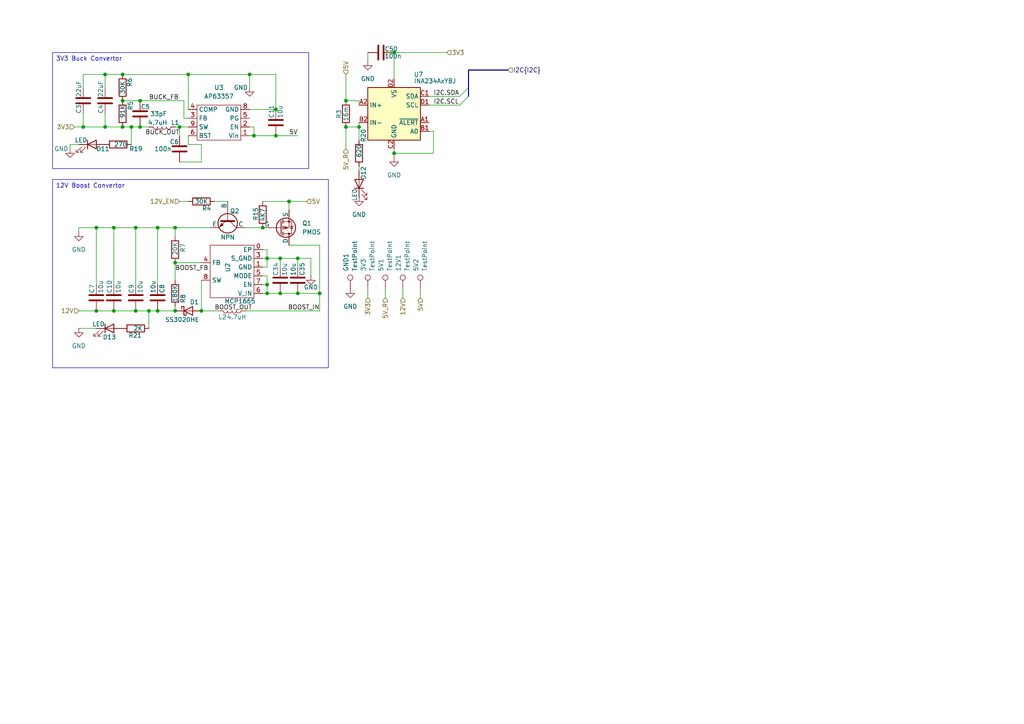
<source format=kicad_sch>
(kicad_sch (version 20250114) (generator "eeschema") (generator_version "9.0")
  (paper "A4")
  (lib_symbols
    (symbol "Analog_ADC:INA234AxYBJ"
      (property "Reference" "U" (at -6.35 8.89 0))
      (property "Value" "INA234AxYBJ" (at 6.35 8.89 0))
      (symbol "INA234AxYBJ_0_1"
        (rectangle (start -7.62 7.62) (end 7.62 -7.62) (stroke (width 0.254)) (fill (type background)))
      )
      (symbol "INA234AxYBJ_1_1"
        (pin input line (at -10.16 2.54 0) (length 2.54) (name "IN+") (number "A2"))
        (pin input line (at -10.16 -2.54 0) (length 2.54) (name "IN-") (number "B2"))
        (pin power_in line (at 0 10.16 270) (length 2.54) (name "VS") (number "D2"))
        (pin power_in line (at 0 -10.16 90) (length 2.54) (name "GND") (number "C2"))
        (pin bidirectional line (at 10.16 5.08 180) (length 2.54) (name "SDA") (number "C1"))
        (pin input line (at 10.16 2.54 180) (length 2.54) (name "SCL") (number "D1"))
        (pin open_collector line (at 10.16 -2.54 180) (length 2.54) (name "~{ALERT}") (number "A1"))
        (pin input line (at 10.16 -5.08 180) (length 2.54) (name "A0") (number "B1"))
      )
    )
    (symbol "Connector:TestPoint" (pin_numbers (hide yes)) (pin_names (offset 0.762) (hide yes))
      (property "Reference" "TP" (at 0 6.858 0))
      (property "Value" "TestPoint" (at 0 5.08 0))
      (symbol "TestPoint_0_1"
        (circle (center 0 3.302) (radius 0.762))
      )
      (symbol "TestPoint_1_1"
        (pin passive line (at 0 0 90) (length 2.54) (name "1") (number "1"))
      )
    )
    (symbol "Device:C" (pin_numbers (hide yes)) (pin_names (offset 0.254))
      (property "Reference" "C" (at 0.635 2.54 0))
      (property "Value" "C" (at 0.635 -2.54 0))
      (symbol "C_0_1"
        (polyline (pts (xy -2.032 0.762) (xy 2.032 0.762)) (stroke (width 0.508)))
        (polyline (pts (xy -2.032 -0.762) (xy 2.032 -0.762)) (stroke (width 0.508)))
      )
      (symbol "C_1_1"
        (pin passive line (at 0 3.81 270) (length 2.794) (name "~") (number "1"))
        (pin passive line (at 0 -3.81 90) (length 2.794) (name "~") (number "2"))
      )
    )
    (symbol "Device:D_Schottky" (pin_numbers (hide yes)) (pin_names (offset 1.016) (hide yes))
      (property "Reference" "D" (at 0 2.54 0))
      (property "Value" "D_Schottky" (at 0 -2.54 0))
      (symbol "D_Schottky_0_1"
        (polyline (pts (xy -1.905 0.635) (xy -1.905 1.27) (xy -1.27 1.27) (xy -1.27 -1.27) (xy -0.635 -1.27) (xy -0.635 -0.635)) (stroke (width 0.254)))
        (polyline (pts (xy 1.27 1.27) (xy 1.27 -1.27) (xy -1.27 0) (xy 1.27 1.27)) (stroke (width 0.254)))
        (polyline (pts (xy 1.27 0) (xy -1.27 0)))
      )
      (symbol "D_Schottky_1_1"
        (pin passive line (at -3.81 0 0) (length 2.54) (name "K") (number "1"))
        (pin passive line (at 3.81 0 180) (length 2.54) (name "A") (number "2"))
      )
    )
    (symbol "Device:L" (pin_numbers (hide yes)) (pin_names (offset 1.016) (hide yes))
      (property "Reference" "L" (at -1.27 0 90))
      (property "Value" "L" (at 1.905 0 90))
      (symbol "L_0_1"
        (arc (start 0 2.54) (mid 0.6323 1.905) (end 0 1.27))
        (arc (start 0 1.27) (mid 0.6323 0.635) (end 0 0))
        (arc (start 0 0) (mid 0.6323 -0.635) (end 0 -1.27))
        (arc (start 0 -1.27) (mid 0.6323 -1.905) (end 0 -2.54))
      )
      (symbol "L_1_1"
        (pin passive line (at 0 3.81 270) (length 1.27) (name "1") (number "1"))
        (pin passive line (at 0 -3.81 90) (length 1.27) (name "2") (number "2"))
      )
    )
    (symbol "Device:LED" (pin_numbers (hide yes)) (pin_names (offset 1.016) (hide yes))
      (property "Reference" "D" (at 0 2.54 0))
      (property "Value" "LED" (at 0 -2.54 0))
      (symbol "LED_0_1"
        (polyline (pts (xy -3.048 -0.762) (xy -4.572 -2.286) (xy -3.81 -2.286) (xy -4.572 -2.286) (xy -4.572 -1.524)))
        (polyline (pts (xy -1.778 -0.762) (xy -3.302 -2.286) (xy -2.54 -2.286) (xy -3.302 -2.286) (xy -3.302 -1.524)))
        (polyline (pts (xy -1.27 0) (xy 1.27 0)))
        (polyline (pts (xy -1.27 -1.27) (xy -1.27 1.27)) (stroke (width 0.254)))
        (polyline (pts (xy 1.27 -1.27) (xy 1.27 1.27) (xy -1.27 0) (xy 1.27 -1.27)) (stroke (width 0.254)))
      )
      (symbol "LED_1_1"
        (pin passive line (at -3.81 0 0) (length 2.54) (name "K") (number "1"))
        (pin passive line (at 3.81 0 180) (length 2.54) (name "A") (number "2"))
      )
    )
    (symbol "Device:R" (pin_numbers (hide yes)) (pin_names (offset 0))
      (property "Reference" "R" (at 2.032 0 90))
      (property "Value" "R" (at 0 0 90))
      (symbol "R_0_1"
        (rectangle (start -1.016 -2.54) (end 1.016 2.54) (stroke (width 0.254)))
      )
      (symbol "R_1_1"
        (pin passive line (at 0 3.81 270) (length 1.27) (name "~") (number "1"))
        (pin passive line (at 0 -3.81 90) (length 1.27) (name "~") (number "2"))
      )
    )
    (symbol "GND_10" (power) (pin_numbers (hide yes)) (pin_names (offset 0) (hide yes))
      (property "Value" "GND" (at 0 -3.81 0))
      (symbol "GND_10_0_1"
        (polyline (pts (xy 0 0) (xy 0 -1.27) (xy 1.27 -1.27) (xy 0 -2.54) (xy -1.27 -1.27) (xy 0 -1.27)))
      )
      (symbol "GND_10_1_1"
        (pin power_in line (at 0 0 270) (length 0) (name "~") (number "1"))
      )
    )
    (symbol "GND_4" (power) (pin_numbers (hide yes)) (pin_names (offset 0) (hide yes))
      (property "Value" "GND" (at 0 -3.81 0))
      (symbol "GND_4_0_1"
        (polyline (pts (xy 0 0) (xy 0 -1.27) (xy 1.27 -1.27) (xy 0 -2.54) (xy -1.27 -1.27) (xy 0 -1.27)))
      )
      (symbol "GND_4_1_1"
        (pin power_in line (at 0 0 270) (length 0) (name "~") (number "1"))
      )
    )
    (symbol "GND_5" (power) (pin_numbers (hide yes)) (pin_names (offset 0) (hide yes))
      (property "Value" "GND" (at 0 -3.81 0))
      (symbol "GND_5_0_1"
        (polyline (pts (xy 0 0) (xy 0 -1.27) (xy 1.27 -1.27) (xy 0 -2.54) (xy -1.27 -1.27) (xy 0 -1.27)))
      )
      (symbol "GND_5_1_1"
        (pin power_in line (at 0 0 270) (length 0) (name "~") (number "1"))
      )
    )
    (symbol "PuzzLib:AP6335X"
      (property "Reference" "U3" (at 0 -6.985 0))
      (property "Value" "~" (at 0 6.35 0))
      (symbol "AP6335X_0_1"
        (rectangle (start -6.35 5.08) (end 6.35 -5.08))
      )
      (symbol "AP6335X_1_1"
        (pin power_in line (at -8.89 3.81 0) (length 2.54) (name "Vin") (number "1"))
        (pin input line (at -8.89 1.27 0) (length 2.54) (name "EN") (number "2"))
        (pin output line (at -8.89 -1.27 0) (length 2.54) (name "PG") (number "5"))
        (pin power_in line (at -8.89 -3.81 0) (length 2.54) (name "GND") (number "8"))
        (pin input line (at 8.89 3.81 180) (length 2.54) (name "BST") (number "6"))
        (pin unspecified line (at 8.89 1.27 180) (length 2.54) (hide yes) (name "NC") (number "7"))
        (pin power_out line (at 8.89 1.27 180) (length 2.54) (name "SW") (number "9"))
        (pin input line (at 8.89 -1.27 180) (length 2.54) (name "FB") (number "3"))
        (pin input line (at 8.89 -3.81 180) (length 2.54) (name "COMP") (number "4"))
      )
    )
    (symbol "PuzzLib:NPN_TSOT" (pin_numbers (hide yes)) (pin_names (offset 0))
      (property "Reference" "Q" (at -2.54 7.62 0))
      (property "Value" "NPN_TSOT" (at -2.54 5.08 0))
      (symbol "NPN_TSOT_0_1"
        (polyline (pts (xy -2.54 0) (xy 0.635 0)) (stroke (width 0.1524)))
        (polyline (pts (xy 0.635 1.905) (xy 0.635 -1.905) (xy 0.635 -1.905)) (stroke (width 0.508)))
        (polyline (pts (xy 0.635 0.635) (xy 2.54 2.54)))
        (polyline (pts (xy 0.635 -0.635) (xy 2.54 -2.54) (xy 2.54 -2.54)))
        (circle (center 1.27 0) (radius 2.8194) (stroke (width 0.254)))
        (polyline (pts (xy 1.27 -1.778) (xy 1.778 -1.27) (xy 2.286 -2.286) (xy 1.27 -1.778) (xy 1.27 -1.778)) (fill (type outline)))
        (polyline (pts (xy 2.794 -1.27) (xy 2.794 -1.27)) (stroke (width 0.1524)))
        (polyline (pts (xy 2.794 -1.27) (xy 2.794 -1.27)) (stroke (width 0.1524)))
      )
      (symbol "NPN_TSOT_1_1"
        (pin input line (at -5.08 0 0) (length 2.54) (name "B") (number "1"))
        (pin open_collector line (at 2.54 5.08 270) (length 2.54) (name "C") (number "3"))
        (pin open_emitter line (at 2.54 -5.08 90) (length 2.54) (name "E") (number "2"))
      )
    )
    (symbol "PuzzLib:PMOS_TSOT" (pin_numbers (hide yes)) (pin_names (offset 0))
      (property "Reference" "Q" (at 5.08 1.27 0))
      (property "Value" "PMOS_TSOT" (at 5.08 -1.27 0))
      (symbol "PMOS_TSOT_0_1"
        (polyline (pts (xy 0.254 1.905) (xy 0.254 -1.905)) (stroke (width 0.254)))
        (polyline (pts (xy 0.254 0) (xy -2.54 0)))
        (polyline (pts (xy 0.762 2.286) (xy 0.762 1.27)) (stroke (width 0.254)))
        (polyline (pts (xy 0.762 1.778) (xy 3.302 1.778) (xy 3.302 -1.778) (xy 0.762 -1.778)))
        (polyline (pts (xy 0.762 0.508) (xy 0.762 -0.508)) (stroke (width 0.254)))
        (polyline (pts (xy 0.762 -1.27) (xy 0.762 -2.286)) (stroke (width 0.254)))
        (circle (center 1.651 0) (radius 2.794) (stroke (width 0.254)))
        (polyline (pts (xy 2.286 0) (xy 1.27 0.381) (xy 1.27 -0.381) (xy 2.286 0)) (fill (type outline)))
        (polyline (pts (xy 2.54 2.54) (xy 2.54 1.778)))
        (circle (center 2.54 1.778) (radius 0.254) (fill (type outline)))
        (circle (center 2.54 -1.778) (radius 0.254) (fill (type outline)))
        (polyline (pts (xy 2.54 -2.54) (xy 2.54 0) (xy 0.762 0)))
        (polyline (pts (xy 2.794 -0.508) (xy 2.921 -0.381) (xy 3.683 -0.381) (xy 3.81 -0.254)))
        (polyline (pts (xy 3.302 -0.381) (xy 2.921 0.254) (xy 3.683 0.254) (xy 3.302 -0.381)))
      )
      (symbol "PMOS_TSOT_1_1"
        (pin input line (at -5.08 0 0) (length 2.54) (name "G") (number "1"))
        (pin passive line (at 2.54 5.08 270) (length 2.54) (name "D") (number "3"))
        (pin passive line (at 2.54 -5.08 90) (length 2.54) (name "S") (number "2"))
      )
    )
    (symbol "myLib:MCP1665T-E"
      (property "Reference" "U2" (at 1.27 -1.27 90))
      (property "Value" "~" (at 0 0 0))
      (symbol "MCP1665T-E_0_1"
        (rectangle (start -6.35 8.89) (end 6.35 -6.35))
      )
      (symbol "MCP1665T-E_1_1"
        (pin power_in line (at -8.89 7.62 0) (length 2.54) (name "V_IN") (number "6"))
        (pin input line (at -8.89 5.08 0) (length 2.54) (name "EN") (number "7"))
        (pin input line (at -8.89 2.54 0) (length 2.54) (name "MODE") (number "5"))
        (pin power_in line (at -8.89 0 0) (length 2.54) (name "GND") (number "1"))
        (pin passive line (at -8.89 0 0) (length 2.54) (hide yes) (name "") (number "10"))
        (pin passive line (at -8.89 0 0) (length 2.54) (hide yes) (name "") (number "2"))
        (pin input line (at -8.89 -2.54 0) (length 2.54) (name "S_GND") (number "3"))
        (pin power_in line (at -8.89 -5.08 0) (length 2.54) (name "EP") (number "0"))
        (pin output line (at 8.89 3.81 180) (length 2.54) (name "SW") (number "8"))
        (pin passive line (at 8.89 3.81 180) (length 2.54) (hide yes) (name "") (number "9"))
        (pin input line (at 8.89 -1.27 180) (length 2.54) (name "FB") (number "4"))
      )
    )
    (symbol "power:GND" (power) (pin_names (offset 0))
      (property "Value" "GND" (at 0 -3.81 0))
      (symbol "GND_0_1"
        (polyline (pts (xy 0 0) (xy 0 -1.27) (xy 1.27 -1.27) (xy 0 -2.54) (xy -1.27 -1.27) (xy 0 -1.27)))
      )
      (symbol "GND_1_1"
        (pin power_in line (at 0 0 270) (length 0) (hide yes) (name "GND") (number "1"))
      )
    )
  )
  (text_box "12V Boost Convertor\n" (at 15.24 52.07 0) (size 80.01 54.61) (margins 0.9525 0.9525 0.9525 0.9525) (effects (font (size 1.27 1.27)) (justify left top)))
  (text_box "3V3 Buck Convertor\n" (at 15.24 15.24 0) (size 74.295 33.655) (margins 0.9525 0.9525 0.9525 0.9525) (effects (font (size 1.27 1.27)) (justify left top)))
  (junction (at 77.47 85.09))
  (junction (at 33.02 66.04))
  (junction (at 104.14 36.83))
  (junction (at 81.28 85.09))
  (junction (at 30.48 21.59))
  (junction (at 77.47 82.55))
  (junction (at 92.71 85.09))
  (junction (at 50.8 76.2))
  (junction (at 40.64 36.83))
  (junction (at 38.1 36.83))
  (junction (at 24.13 36.83))
  (junction (at 45.72 66.04))
  (junction (at 83.82 58.42))
  (junction (at 114.3 44.45))
  (junction (at 27.94 90.17))
  (junction (at 86.36 85.09))
  (junction (at 30.48 36.83))
  (junction (at 35.56 29.21))
  (junction (at 33.02 90.17))
  (junction (at 35.56 21.59))
  (junction (at 114.3 15.24))
  (junction (at 80.01 39.37))
  (junction (at 76.2 66.04))
  (junction (at 100.33 29.21))
  (junction (at 72.39 21.59))
  (junction (at 100.33 36.83))
  (junction (at 43.18 90.17))
  (junction (at 81.28 74.93))
  (junction (at 39.37 90.17))
  (junction (at 80.01 31.75))
  (junction (at 35.56 36.83))
  (junction (at 50.8 90.17))
  (junction (at 45.72 90.17))
  (junction (at 77.47 74.93))
  (junction (at 54.61 21.59))
  (junction (at 52.07 36.83))
  (junction (at 39.37 66.04))
  (junction (at 50.8 66.04))
  (junction (at 27.94 66.04))
  (junction (at 86.36 74.93))
  (junction (at 73.66 39.37))
  (junction (at 40.64 29.21))
  (junction (at 58.42 90.17))
  (bus_entry (at 135.89 27.94) (size -2.54 2.54))
  (bus_entry (at 135.89 25.4) (size -2.54 2.54))
  (wire (pts (xy 72.39 21.59) (xy 72.39 25.4)))
  (wire (pts (xy 20.32 41.91) (xy 20.32 43.18)))
  (wire (pts (xy 72.39 36.83) (xy 73.66 36.83)))
  (wire (pts (xy 27.94 66.04) (xy 22.86 66.04)))
  (wire (pts (xy 50.8 66.04) (xy 50.8 68.58)))
  (wire (pts (xy 30.48 21.59) (xy 30.48 25.4)))
  (wire (pts (xy 76.2 74.93) (xy 77.47 74.93)))
  (wire (pts (xy 24.13 33.02) (xy 24.13 36.83)))
  (wire (pts (xy 76.2 80.01) (xy 77.47 80.01)))
  (wire (pts (xy 92.71 71.12) (xy 83.82 71.12)))
  (wire (pts (xy 71.12 66.04) (xy 76.2 66.04)))
  (wire (pts (xy 90.17 74.93) (xy 90.17 80.01)))
  (wire (pts (xy 73.66 36.83) (xy 73.66 39.37)))
  (wire (pts (xy 38.1 36.83) (xy 40.64 36.83)))
  (wire (pts (xy 129.54 15.24) (xy 114.3 15.24)))
  (wire (pts (xy 77.47 74.93) (xy 81.28 74.93)))
  (wire (pts (xy 40.64 29.21) (xy 53.34 29.21)))
  (wire (pts (xy 35.56 29.21) (xy 40.64 29.21)))
  (wire (pts (xy 39.37 66.04) (xy 39.37 82.55)))
  (wire (pts (xy 106.68 83.82) (xy 106.68 86.36)))
  (wire (pts (xy 77.47 82.55) (xy 77.47 85.09)))
  (wire (pts (xy 39.37 90.17) (xy 43.18 90.17)))
  (wire (pts (xy 52.07 36.83) (xy 52.07 39.37)))
  (wire (pts (xy 72.39 39.37) (xy 73.66 39.37)))
  (wire (pts (xy 24.13 21.59) (xy 24.13 25.4)))
  (wire (pts (xy 77.47 80.01) (xy 77.47 82.55)))
  (wire (pts (xy 50.8 36.83) (xy 52.07 36.83)))
  (wire (pts (xy 92.71 71.12) (xy 92.71 85.09)))
  (wire (pts (xy 73.66 39.37) (xy 80.01 39.37)))
  (wire (pts (xy 77.47 85.09) (xy 81.28 85.09)))
  (wire (pts (xy 124.46 27.94) (xy 133.35 27.94)))
  (wire (pts (xy 86.36 85.09) (xy 92.71 85.09)))
  (wire (pts (xy 86.36 74.93) (xy 90.17 74.93)))
  (wire (pts (xy 33.02 90.17) (xy 39.37 90.17)))
  (wire (pts (xy 30.48 21.59) (xy 24.13 21.59)))
  (wire (pts (xy 54.61 21.59) (xy 72.39 21.59)))
  (wire (pts (xy 58.42 46.99) (xy 58.42 41.91)))
  (wire (pts (xy 104.14 35.56) (xy 104.14 36.83)))
  (wire (pts (xy 62.23 58.42) (xy 66.04 58.42)))
  (wire (pts (xy 54.61 34.29) (xy 53.34 34.29)))
  (wire (pts (xy 30.48 33.02) (xy 30.48 36.83)))
  (wire (pts (xy 71.12 90.17) (xy 92.71 90.17)))
  (wire (pts (xy 104.14 30.48) (xy 104.14 29.21)))
  (wire (pts (xy 121.92 86.36) (xy 121.92 83.82)))
  (wire (pts (xy 50.8 66.04) (xy 45.72 66.04)))
  (wire (pts (xy 104.14 29.21) (xy 100.33 29.21)))
  (wire (pts (xy 100.33 36.83) (xy 100.33 43.18)))
  (wire (pts (xy 114.3 15.24) (xy 114.3 22.86)))
  (wire (pts (xy 81.28 74.93) (xy 86.36 74.93)))
  (wire (pts (xy 33.02 66.04) (xy 33.02 82.55)))
  (wire (pts (xy 43.18 90.17) (xy 43.18 95.25)))
  (wire (pts (xy 76.2 85.09) (xy 77.47 85.09)))
  (wire (pts (xy 53.34 34.29) (xy 53.34 29.21)))
  (wire (pts (xy 27.94 66.04) (xy 27.94 82.55)))
  (wire (pts (xy 124.46 38.1) (xy 125.73 38.1)))
  (wire (pts (xy 30.48 36.83) (xy 35.56 36.83)))
  (wire (pts (xy 76.2 58.42) (xy 83.82 58.42)))
  (wire (pts (xy 80.01 21.59) (xy 80.01 31.75)))
  (wire (pts (xy 104.14 48.26) (xy 104.14 49.53)))
  (wire (pts (xy 77.47 74.93) (xy 77.47 72.39)))
  (wire (pts (xy 72.39 21.59) (xy 80.01 21.59)))
  (wire (pts (xy 104.14 36.83) (xy 104.14 40.64)))
  (wire (pts (xy 111.76 83.82) (xy 111.76 86.36)))
  (wire (pts (xy 22.86 41.91) (xy 20.32 41.91)))
  (wire (pts (xy 76.2 72.39) (xy 77.47 72.39)))
  (wire (pts (xy 60.96 66.04) (xy 50.8 66.04)))
  (wire (pts (xy 22.86 95.25) (xy 27.94 95.25)))
  (wire (pts (xy 50.8 88.9) (xy 50.8 90.17)))
  (wire (pts (xy 77.47 77.47) (xy 76.2 77.47)))
  (wire (pts (xy 83.82 58.42) (xy 83.82 60.96)))
  (wire (pts (xy 54.61 41.91) (xy 54.61 39.37)))
  (wire (pts (xy 50.8 76.2) (xy 50.8 81.28)))
  (wire (pts (xy 72.39 31.75) (xy 80.01 31.75)))
  (wire (pts (xy 30.48 21.59) (xy 35.56 21.59)))
  (wire (pts (xy 22.86 90.17) (xy 27.94 90.17)))
  (bus (pts (xy 135.89 25.4) (xy 135.89 27.94)))
  (wire (pts (xy 100.33 21.59) (xy 100.33 29.21)))
  (wire (pts (xy 27.94 90.17) (xy 33.02 90.17)))
  (wire (pts (xy 54.61 36.83) (xy 52.07 36.83)))
  (bus (pts (xy 135.89 20.32) (xy 135.89 25.4)))
  (wire (pts (xy 116.84 83.82) (xy 116.84 86.36)))
  (wire (pts (xy 114.3 45.72) (xy 114.3 44.45)))
  (wire (pts (xy 35.56 36.83) (xy 38.1 36.83)))
  (wire (pts (xy 80.01 39.37) (xy 86.36 39.37)))
  (wire (pts (xy 40.64 36.83) (xy 43.18 36.83)))
  (wire (pts (xy 52.07 58.42) (xy 54.61 58.42)))
  (wire (pts (xy 22.86 66.04) (xy 22.86 67.31)))
  (wire (pts (xy 39.37 66.04) (xy 45.72 66.04)))
  (wire (pts (xy 21.59 36.83) (xy 24.13 36.83)))
  (wire (pts (xy 58.42 81.28) (xy 58.42 90.17)))
  (wire (pts (xy 77.47 74.93) (xy 77.47 77.47)))
  (wire (pts (xy 114.3 44.45) (xy 114.3 43.18)))
  (wire (pts (xy 58.42 41.91) (xy 54.61 41.91)))
  (wire (pts (xy 24.13 36.83) (xy 30.48 36.83)))
  (wire (pts (xy 45.72 90.17) (xy 50.8 90.17)))
  (wire (pts (xy 125.73 38.1) (xy 125.73 44.45)))
  (wire (pts (xy 58.42 46.99) (xy 52.07 46.99)))
  (wire (pts (xy 50.8 76.2) (xy 58.42 76.2)))
  (wire (pts (xy 45.72 66.04) (xy 45.72 82.55)))
  (wire (pts (xy 106.68 15.24) (xy 106.68 17.78)))
  (wire (pts (xy 58.42 90.17) (xy 63.5 90.17)))
  (wire (pts (xy 76.2 82.55) (xy 77.47 82.55)))
  (wire (pts (xy 54.61 21.59) (xy 54.61 31.75)))
  (wire (pts (xy 38.1 36.83) (xy 38.1 41.91)))
  (wire (pts (xy 33.02 66.04) (xy 27.94 66.04)))
  (wire (pts (xy 43.18 90.17) (xy 45.72 90.17)))
  (wire (pts (xy 92.71 85.09) (xy 92.71 90.17)))
  (wire (pts (xy 81.28 85.09) (xy 86.36 85.09)))
  (wire (pts (xy 100.33 36.83) (xy 104.14 36.83)))
  (wire (pts (xy 124.46 30.48) (xy 133.35 30.48)))
  (wire (pts (xy 114.3 44.45) (xy 125.73 44.45)))
  (wire (pts (xy 81.28 74.93) (xy 81.28 77.47)))
  (bus (pts (xy 147.32 20.32) (xy 135.89 20.32)))
  (wire (pts (xy 83.82 58.42) (xy 88.9 58.42)))
  (wire (pts (xy 86.36 74.93) (xy 86.36 77.47)))
  (wire (pts (xy 39.37 66.04) (xy 33.02 66.04)))
  (wire (pts (xy 35.56 21.59) (xy 54.61 21.59)))
  (label "5V" (at 86.36 39.37 180))
  (label "BOOST_FB" (at 50.8 78.74 0))
  (label "BUCK_OUT" (at 52.07 39.37 180))
  (label "I2C.SDA" (at 125.73 27.94 0))
  (label "BOOST_OUT" (at 62.23 90.17 0))
  (label "BOOST_IN" (at 92.71 90.17 180))
  (label "I2C.SCL" (at 125.73 30.48 0))
  (label "BUCK_FB" (at 43.18 29.21 0))
  (hierarchical_label "12V" (shape input) (at 116.84 86.36 270))
  (hierarchical_label "5V_R" (shape input) (at 100.33 43.18 270))
  (hierarchical_label "3V3" (shape input) (at 129.54 15.24 0))
  (hierarchical_label "5V" (shape input) (at 100.33 21.59 90))
  (hierarchical_label "5V" (shape input) (at 121.92 86.36 270))
  (hierarchical_label "3V3" (shape input) (at 106.68 86.36 270))
  (hierarchical_label "12V_EN" (shape input) (at 52.07 58.42 180))
  (hierarchical_label "3V3" (shape input) (at 21.59 36.83 180))
  (hierarchical_label "12V" (shape input) (at 22.86 90.17 180))
  (hierarchical_label "5V_R" (shape input) (at 111.76 86.36 270))
  (hierarchical_label "I2C{I2C}" (shape input) (at 147.32 20.32 0))
  (hierarchical_label "5V" (shape input) (at 88.9 58.42 0))
  (symbol (lib_id "Device:C") (at 86.36 81.28 0) (mirror y) (unit 1)
    (property "Reference" "C35" (at 87.63 80.01 90) (effects (justify left)))
    (property "Value" "10u" (at 85.09 80.01 90) (effects (justify left)))
    (property "Footprint" "PuzzLib:0603_C" (effects (hide yes)))
  )
  (symbol (lib_id "Device:C") (at 110.49 15.24 270) (unit 1)
    (property "Reference" "C50" (at 111.506 14.224 90) (effects (justify left)))
    (property "Value" "100n" (at 111.506 16.256 90) (effects (justify left)))
    (property "Footprint" "PuzzLib:0402_C" (effects (hide yes)))
  )
  (symbol (lib_id "Device:R") (at 104.14 44.45 180) (unit 1)
    (property "Reference" "R20" (at 105.41 41.275 90) (effects (justify right)))
    (property "Value" "620" (at 104.14 45.72 90) (effects (justify right)))
    (property "Footprint" "PuzzLib:0603_R" (effects (hide yes)))
  )
  (symbol (lib_id "Device:R") (at 39.37 95.25 90) (unit 1)
    (property "Reference" "R21" (at 41.148 97.282 90) (effects (justify left)))
    (property "Value" "2K" (at 41.402 95.25 90) (effects (justify left)))
    (property "Footprint" "PuzzLib:0603_R" (effects (hide yes)))
    (property "Description" "Resistor" (effects (hide yes)))
  )
  (symbol (lib_id "myLib:MCP1665T-E") (at 67.31 77.47 180) (unit 1)
    (property "Reference" "U2" (at 66.04 76.2 90) (effects (justify left)))
    (property "Value" "MCP1665" (at 69.596 87.376 0))
    (property "Footprint" "PuzzLib:MCP1665" (effects (hide yes)))
  )
  (symbol (lib_id "Device:C") (at 45.72 86.36 0) (mirror y) (unit 1)
    (property "Reference" "C8" (at 46.99 85.09 90) (effects (justify left)))
    (property "Value" "10u" (at 44.45 85.09 90) (effects (justify left)))
    (property "Footprint" "PuzzLib:0603_C" (effects (hide yes)))
  )
  (symbol (lib_id "Device:C") (at 24.13 29.21 180) (unit 1)
    (property "Reference" "C3" (at 22.86 31.623 90))
    (property "Value" "22uF" (at 22.86 25.781 90))
    (property "Footprint" "PuzzLib:0603_C" (effects (hide yes)))
  )
  (symbol (lib_id "Device:R") (at 76.2 62.23 0) (unit 1)
    (property "Reference" "R15" (at 74.168 64.008 90) (effects (justify left)))
    (property "Value" "4K7" (at 76.2 64.262 90) (effects (justify left)))
    (property "Footprint" "PuzzLib:0603_R" (effects (hide yes)))
    (property "Description" "Resistor" (effects (hide yes)))
  )
  (symbol (lib_id "PuzzLib:NPN_TSOT") (at 66.04 63.5 270) (unit 1)
    (property "Reference" "Q2" (at 68.072 61.214 90))
    (property "Value" "NPN" (at 66.04 68.834 90))
    (property "Footprint" "PuzzLib:TSOT-23" (effects (hide yes)))
    (property "Datasheet" "https://ngspice.sourceforge.io/docs/ngspice-html-manual/manual.xhtml#cha_BJTs" (effects (hide yes)))
    (property "Description" "Bipolar transistor symbol for simulation only, substrate tied to the emitter" (effects (hide yes)))
    (property "Sim.Device" "NPN" (effects (hide yes)))
    (property "Sim.Type" "GUMMELPOON" (effects (hide yes)))
    (property "Sim.Pins" "1=C 2=B 3=E" (effects (hide yes)))
  )
  (symbol (lib_name "GND_10") (lib_id "power:GND") (at 114.3 45.72 0) (unit 1)
    (property "Reference" "#PWR021" (effects (hide yes)))
    (property "Value" "GND" (at 114.3 50.8 0))
    (property "Description" "Power symbol creates a global label with name \"GND\" , ground" (effects (hide yes)))
  )
  (symbol (lib_id "Device:L") (at 67.31 90.17 270) (unit 1)
    (property "Reference" "L2" (at 64.516 91.948 90))
    (property "Value" "4.7uH" (at 68.58 91.948 90))
    (property "Footprint" "PuzzLib:XGL4018_Inductor" (effects (hide yes)))
  )
  (symbol (lib_id "Device:C") (at 27.94 86.36 0) (unit 1)
    (property "Reference" "C7" (at 26.67 85.09 90) (effects (justify left)))
    (property "Value" "10u" (at 29.21 85.09 90) (effects (justify left)))
    (property "Footprint" "PuzzLib:0603_C" (effects (hide yes)))
  )
  (symbol (lib_id "Connector:TestPoint") (at 101.6 83.82 0) (unit 1)
    (property "Reference" "GND1" (at 100.33 78.74 90) (effects (justify left)))
    (property "Value" "TestPoint" (at 102.87 78.74 90) (effects (justify left)))
    (property "Footprint" "TestPoint:TestPoint_Pad_D1.0mm" (effects (hide yes)))
    (property "Description" "test point" (effects (hide yes)))
  )
  (symbol (lib_id "Connector:TestPoint") (at 111.76 83.82 0) (unit 1)
    (property "Reference" "5V1" (at 110.49 78.74 90) (effects (justify left)))
    (property "Value" "TestPoint" (at 113.03 78.74 90) (effects (justify left)))
    (property "Footprint" "TestPoint:TestPoint_Pad_D1.0mm" (effects (hide yes)))
    (property "Description" "test point" (effects (hide yes)))
  )
  (symbol (lib_id "PuzzLib:PMOS_TSOT") (at 81.28 66.04 0) (mirror x) (unit 1)
    (property "Reference" "Q1" (at 87.63 64.7699 0) (effects (justify left)))
    (property "Value" "PMOS" (at 87.63 67.3099 0) (effects (justify left)))
    (property "Footprint" "PuzzLib:TSOT-23" (effects (hide yes)))
    (property "Datasheet" "https://ngspice.sourceforge.io/docs/ngspice-html-manual/manual.xhtml#cha_MOSFETs" (effects (hide yes)))
    (property "Description" "P-MOSFET transistor, drain/source/gate" (effects (hide yes)))
    (property "Sim.Device" "PMOS" (effects (hide yes)))
    (property "Sim.Type" "VDMOS" (effects (hide yes)))
    (property "Sim.Pins" "1=D 2=G 3=S" (effects (hide yes)))
  )
  (symbol (lib_id "Device:R") (at 34.29 41.91 90) (unit 1)
    (property "Reference" "R19" (at 37.465 43.18 90) (effects (justify right)))
    (property "Value" "270" (at 33.02 41.91 90) (effects (justify right)))
    (property "Footprint" "PuzzLib:0603_R" (effects (hide yes)))
  )
  (symbol (lib_id "Device:C") (at 33.02 86.36 0) (unit 1)
    (property "Reference" "C10" (at 31.75 85.09 90) (effects (justify left)))
    (property "Value" "10u" (at 34.29 85.09 90) (effects (justify left)))
    (property "Footprint" "PuzzLib:0603_C" (effects (hide yes)))
  )
  (symbol (lib_id "Device:LED") (at 104.14 53.34 90) (unit 1)
    (property "Reference" "D12" (at 105.41 50.165 0))
    (property "Value" "LED" (at 102.87 56.515 0))
    (property "Footprint" "PuzzLib:LTST_Diode" (effects (hide yes)))
    (property "Description" "Light emitting diode" (effects (hide yes)))
    (property "Sim.Pins" "1=K 2=A" (effects (hide yes)))
  )
  (symbol (lib_id "Device:R") (at 100.33 33.02 180) (unit 1)
    (property "Reference" "R3" (at 98.298 31.75 90) (effects (justify left)))
    (property "Value" "16m" (at 100.33 33.02 90))
    (property "Footprint" "PuzzLib:0612_R_v2" (effects (hide yes)))
    (property "Description" "REMOVE FOR PROGRAMMING" (effects (hide yes)))
  )
  (symbol (lib_id "Device:C") (at 52.07 43.18 180) (unit 1)
    (property "Reference" "C6" (at 50.546 41.148 0))
    (property "Value" "100n" (at 47.244 43.18 0))
    (property "Footprint" "PuzzLib:0603_C" (effects (hide yes)))
  )
  (symbol (lib_id "Connector:TestPoint") (at 106.68 83.82 0) (unit 1)
    (property "Reference" "3V3" (at 105.41 78.74 90) (effects (justify left)))
    (property "Value" "TestPoint" (at 107.95 78.74 90) (effects (justify left)))
    (property "Footprint" "TestPoint:TestPoint_Pad_D1.0mm" (effects (hide yes)))
    (property "Description" "test point" (effects (hide yes)))
  )
  (symbol (lib_id "Device:R") (at 50.8 85.09 0) (unit 1)
    (property "Reference" "R8" (at 53.086 86.614 90))
    (property "Value" "180K" (at 50.8 85.09 90))
    (property "Footprint" "PuzzLib:0603_R" (effects (hide yes)))
  )
  (symbol (lib_name "GND_5") (lib_id "power:GND") (at 22.86 95.25 0) (unit 1)
    (property "Reference" "#PWR025" (effects (hide yes)))
    (property "Value" "GND" (at 22.86 100.33 0))
    (property "Description" "Power symbol creates a global label with name \"GND\" , ground" (effects (hide yes)))
  )
  (symbol (lib_id "Device:LED") (at 26.67 41.91 0) (unit 1)
    (property "Reference" "D11" (at 29.845 43.18 0))
    (property "Value" "LED" (at 23.495 40.64 0))
    (property "Footprint" "PuzzLib:LTST_Diode" (effects (hide yes)))
    (property "Description" "Light emitting diode" (effects (hide yes)))
    (property "Sim.Pins" "1=K 2=A" (effects (hide yes)))
  )
  (symbol (lib_id "Device:R") (at 35.56 33.02 180) (unit 1)
    (property "Reference" "R5" (at 37.846 32.004 90) (effects (justify right)))
    (property "Value" "91K" (at 35.56 34.29 90) (effects (justify right)))
    (property "Footprint" "PuzzLib:0603_R" (effects (hide yes)))
  )
  (symbol (lib_id "Device:C") (at 39.37 86.36 0) (unit 1)
    (property "Reference" "C9" (at 38.1 85.09 90) (effects (justify left)))
    (property "Value" "10u" (at 40.64 85.09 90) (effects (justify left)))
    (property "Footprint" "PuzzLib:0603_C" (effects (hide yes)))
  )
  (symbol (lib_id "Device:D_Schottky") (at 54.61 90.17 0) (unit 1)
    (property "Reference" "D1" (at 56.388 87.63 0))
    (property "Value" "SS3020HE" (at 52.832 92.71 0))
    (property "Footprint" "PuzzLib:SS3020HE" (effects (hide yes)))
  )
  (symbol (lib_id "Device:R") (at 50.8 72.39 180) (unit 1)
    (property "Reference" "R7" (at 53.086 71.882 90))
    (property "Value" "20K" (at 50.8 72.136 90))
    (property "Footprint" "PuzzLib:0603_R" (effects (hide yes)))
  )
  (symbol (lib_id "Device:C") (at 81.28 81.28 0) (unit 1)
    (property "Reference" "C34" (at 80.01 80.01 90) (effects (justify left)))
    (property "Value" "10u" (at 82.55 80.01 90) (effects (justify left)))
    (property "Footprint" "PuzzLib:0603_C" (effects (hide yes)))
  )
  (symbol (lib_name "GND_10") (lib_id "power:GND") (at 106.68 17.78 0) (unit 1)
    (property "Reference" "#PWR022" (effects (hide yes)))
    (property "Value" "GND" (at 106.68 22.86 0))
    (property "Description" "Power symbol creates a global label with name \"GND\" , ground" (effects (hide yes)))
  )
  (symbol (lib_id "Analog_ADC:INA234AxYBJ") (at 114.3 33.02 0) (unit 1)
    (property "Reference" "U7" (at 120.015 21.59 0) (effects (justify left)))
    (property "Value" "INA234AxYBJ" (at 120.015 23.495 0) (effects (justify left)))
    (property "Footprint" "PuzzLib:INA234" (effects (hide yes)))
    (property "Datasheet" "https://www.ti.com/lit/ds/symlink/ina234.pdf" (effects (hide yes)))
    (property "Description" "Bidirectional Current/Voltage/Power Monitor (0-28V) With I2C Interface, DSBGA-8" (effects (hide yes)))
  )
  (symbol (lib_name "GND_10") (lib_id "power:GND") (at 101.6 83.82 0) (unit 1)
    (property "Reference" "#PWR019" (effects (hide yes)))
    (property "Value" "GND" (at 101.6 88.9 0))
    (property "Description" "Power symbol creates a global label with name \"GND\" , ground" (effects (hide yes)))
  )
  (symbol (lib_id "PuzzLib:AP6335X") (at 63.5 35.56 180) (unit 1)
    (property "Reference" "U3" (at 63.5 25.4 0))
    (property "Value" "AP63357" (at 63.5 27.94 0))
    (property "Footprint" "PuzzLib:AP63357" (effects (hide yes)))
  )
  (symbol (lib_id "Device:LED") (at 31.75 95.25 0) (unit 1)
    (property "Reference" "D13" (at 31.75 97.79 0))
    (property "Value" "LED" (at 28.575 93.98 0))
    (property "Footprint" "PuzzLib:LTST_Diode" (effects (hide yes)))
    (property "Description" "Light emitting diode" (effects (hide yes)))
    (property "Sim.Pins" "1=K 2=A" (effects (hide yes)))
  )
  (symbol (lib_id "Connector:TestPoint") (at 121.92 83.82 0) (unit 1)
    (property "Reference" "5V2" (at 120.65 78.74 90) (effects (justify left)))
    (property "Value" "TestPoint" (at 123.19 78.74 90) (effects (justify left)))
    (property "Footprint" "TestPoint:TestPoint_Pad_D1.0mm" (effects (hide yes)))
    (property "Description" "test point" (effects (hide yes)))
  )
  (symbol (lib_id "power:GND") (at 20.32 43.18 0) (unit 1)
    (property "Reference" "#PWR023" (effects (hide yes)))
    (property "Value" "GND" (at 17.78 43.18 0))
  )
  (symbol (lib_id "Device:C") (at 30.48 29.21 180) (unit 1)
    (property "Reference" "C4" (at 29.21 31.623 90))
    (property "Value" "22uF" (at 29.21 25.781 90))
    (property "Footprint" "PuzzLib:0603_C" (effects (hide yes)))
  )
  (symbol (lib_name "GND_4") (lib_id "power:GND") (at 90.17 80.01 0) (unit 1)
    (property "Reference" "#PWR013" (effects (hide yes)))
    (property "Value" "GND" (at 90.17 83.312 0))
    (property "Description" "Power symbol creates a global label with name \"GND\" , ground" (effects (hide yes)))
  )
  (symbol (lib_id "Device:R") (at 35.56 25.4 180) (unit 1)
    (property "Reference" "R6" (at 37.592 23.876 90))
    (property "Value" "30K" (at 35.56 25.4 90))
    (property "Footprint" "PuzzLib:0603_R" (effects (hide yes)))
  )
  (symbol (lib_id "Connector:TestPoint") (at 116.84 83.82 0) (unit 1)
    (property "Reference" "12V1" (at 115.57 78.74 90) (effects (justify left)))
    (property "Value" "TestPoint" (at 118.11 78.74 90) (effects (justify left)))
    (property "Footprint" "TestPoint:TestPoint_Pad_D1.0mm" (effects (hide yes)))
    (property "Description" "test point" (effects (hide yes)))
  )
  (symbol (lib_id "Device:L") (at 46.99 36.83 270) (unit 1)
    (property "Reference" "L1" (at 50.8 35.56 90))
    (property "Value" "4.7uH" (at 45.72 35.56 90))
    (property "Footprint" "PuzzLib:XGL4018_Inductor" (effects (hide yes)))
  )
  (symbol (lib_name "GND_5") (lib_id "power:GND") (at 22.86 67.31 0) (unit 1)
    (property "Reference" "#PWR05" (effects (hide yes)))
    (property "Value" "GND" (at 22.86 72.39 0))
    (property "Description" "Power symbol creates a global label with name \"GND\" , ground" (effects (hide yes)))
  )
  (symbol (lib_id "Device:C") (at 80.01 35.56 0) (unit 1)
    (property "Reference" "C11" (at 78.74 34.29 90) (effects (justify left)))
    (property "Value" "10u" (at 81.28 34.29 90) (effects (justify left)))
    (property "Footprint" "PuzzLib:0603_C" (effects (hide yes)))
  )
  (symbol (lib_id "power:GND") (at 72.39 25.4 0) (unit 1)
    (property "Reference" "#PWR06" (effects (hide yes)))
    (property "Value" "GND" (at 69.85 25.4 0))
  )
  (symbol (lib_id "Device:R") (at 58.42 58.42 90) (unit 1)
    (property "Reference" "R4" (at 59.944 60.452 90))
    (property "Value" "30K" (at 58.42 58.42 90))
    (property "Footprint" "PuzzLib:0603_R" (effects (hide yes)))
  )
  (symbol (lib_id "Device:C") (at 40.64 33.02 0) (unit 1)
    (property "Reference" "C5" (at 42.164 30.988 0))
    (property "Value" "33pF" (at 45.974 33.02 0))
    (property "Footprint" "PuzzLib:0603_C" (effects (hide yes)))
  )
  (symbol (lib_name "GND_10") (lib_id "power:GND") (at 104.14 57.15 0) (unit 1)
    (property "Reference" "#PWR024" (effects (hide yes)))
    (property "Value" "GND" (at 104.14 62.23 0))
    (property "Description" "Power symbol creates a global label with name \"GND\" , ground" (effects (hide yes)))
  )
)
</source>
